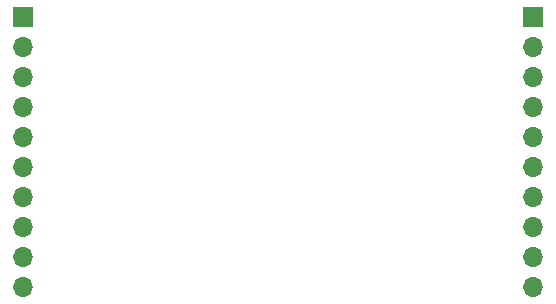
<source format=gbr>
%TF.GenerationSoftware,KiCad,Pcbnew,8.0.7*%
%TF.CreationDate,2025-01-28T21:05:17-05:00*%
%TF.ProjectId,VCU Charge Status Module,56435520-4368-4617-9267-652053746174,rev?*%
%TF.SameCoordinates,Original*%
%TF.FileFunction,Copper,L2,Bot*%
%TF.FilePolarity,Positive*%
%FSLAX46Y46*%
G04 Gerber Fmt 4.6, Leading zero omitted, Abs format (unit mm)*
G04 Created by KiCad (PCBNEW 8.0.7) date 2025-01-28 21:05:17*
%MOMM*%
%LPD*%
G01*
G04 APERTURE LIST*
%TA.AperFunction,ComponentPad*%
%ADD10R,1.700000X1.700000*%
%TD*%
%TA.AperFunction,ComponentPad*%
%ADD11O,1.700000X1.700000*%
%TD*%
G04 APERTURE END LIST*
D10*
%TO.P,J1,1,1*%
%TO.N,Net-(Q1-D)*%
X50800000Y-25400000D03*
D11*
%TO.P,J1,2,2*%
%TO.N,Net-(J1-Pad2)*%
X50800000Y-27940000D03*
%TO.P,J1,3,3*%
%TO.N,Net-(J1-Pad3)*%
X50800000Y-30480000D03*
%TO.P,J1,4,4*%
%TO.N,Net-(D1-A)*%
X50800000Y-33020000D03*
%TO.P,J1,5,5*%
%TO.N,unconnected-(J1-Pad5)*%
X50800000Y-35560000D03*
%TO.P,J1,6,6*%
%TO.N,unconnected-(J1-Pad6)*%
X50800000Y-38100000D03*
%TO.P,J1,7,7*%
%TO.N,unconnected-(J1-Pad7)*%
X50800000Y-40640000D03*
%TO.P,J1,8,8*%
%TO.N,unconnected-(J1-Pad8)*%
X50800000Y-43180000D03*
%TO.P,J1,9,9*%
%TO.N,unconnected-(J1-Pad9)*%
X50800000Y-45720000D03*
%TO.P,J1,10,10*%
%TO.N,unconnected-(J1-Pad10)*%
X50800000Y-48260000D03*
%TD*%
D10*
%TO.P,J1,1,1*%
%TO.N,N/C*%
X93980000Y-25400000D03*
D11*
%TO.P,J1,2,2*%
X93980000Y-27940000D03*
%TO.P,J1,3,3*%
X93980000Y-30480000D03*
%TO.P,J1,4,4*%
X93980000Y-33020000D03*
%TO.P,J1,5,5*%
X93980000Y-35560000D03*
%TO.P,J1,6,6*%
X93980000Y-38100000D03*
%TO.P,J1,7,7*%
X93980000Y-40640000D03*
%TO.P,J1,8,8*%
X93980000Y-43180000D03*
%TO.P,J1,9,9*%
X93980000Y-45720000D03*
%TO.P,J1,10,10*%
X93980000Y-48260000D03*
%TD*%
M02*

</source>
